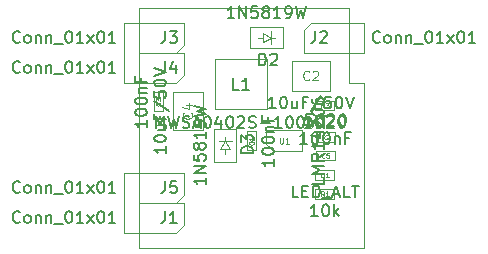
<source format=gbr>
%TF.GenerationSoftware,KiCad,Pcbnew,(5.1.9)-1*%
%TF.CreationDate,2021-06-07T16:13:34+02:00*%
%TF.ProjectId,16_STEP_DOWN,31365f53-5445-4505-9f44-4f574e2e6b69,rev?*%
%TF.SameCoordinates,Original*%
%TF.FileFunction,Other,Fab,Top*%
%FSLAX46Y46*%
G04 Gerber Fmt 4.6, Leading zero omitted, Abs format (unit mm)*
G04 Created by KiCad (PCBNEW (5.1.9)-1) date 2021-06-07 16:13:34*
%MOMM*%
%LPD*%
G01*
G04 APERTURE LIST*
%TA.AperFunction,Profile*%
%ADD10C,0.050000*%
%TD*%
%ADD11C,0.100000*%
%ADD12C,0.120000*%
%ADD13C,0.150000*%
%ADD14C,0.060000*%
%ADD15C,0.075000*%
G04 APERTURE END LIST*
D10*
X119380000Y-67310000D02*
X120650000Y-67310000D01*
X119380000Y-64770000D02*
X119380000Y-67310000D01*
X120650000Y-64770000D02*
X119380000Y-64770000D01*
X120650000Y-62230000D02*
X120650000Y-64770000D01*
X119380000Y-62230000D02*
X120650000Y-62230000D01*
X119380000Y-60960000D02*
X119380000Y-62230000D01*
X113665000Y-60960000D02*
X119380000Y-60960000D01*
X114935000Y-81280000D02*
X120650000Y-81280000D01*
X101600000Y-62230000D02*
X101600000Y-60960000D01*
X100330000Y-62230000D02*
X101600000Y-62230000D01*
X100330000Y-64770000D02*
X100330000Y-62230000D01*
X101600000Y-67310000D02*
X100330000Y-67310000D01*
X101600000Y-74930000D02*
X101600000Y-67310000D01*
X100330000Y-74930000D02*
X101600000Y-74930000D01*
X120650000Y-67310000D02*
X120650000Y-81280000D01*
X101600000Y-60960000D02*
X113665000Y-60960000D01*
X101600000Y-80010000D02*
X101600000Y-81280000D01*
X100330000Y-80010000D02*
X101600000Y-80010000D01*
X100330000Y-64770000D02*
X100330000Y-67310000D01*
X114935000Y-81280000D02*
X101600000Y-81280000D01*
X100330000Y-80010000D02*
X100330000Y-74930000D01*
D11*
%TO.C,C5*%
X116590000Y-73090000D02*
X118190000Y-73090000D01*
X116590000Y-73890000D02*
X116590000Y-73090000D01*
X118190000Y-73890000D02*
X116590000Y-73890000D01*
X118190000Y-73090000D02*
X118190000Y-73890000D01*
%TO.C,R3*%
X116540000Y-69652500D02*
X116540000Y-68827500D01*
X116540000Y-68827500D02*
X118140000Y-68827500D01*
X118140000Y-68827500D02*
X118140000Y-69652500D01*
X118140000Y-69652500D02*
X116540000Y-69652500D01*
%TO.C,R2*%
X116590000Y-71527500D02*
X118190000Y-71527500D01*
X116590000Y-72352500D02*
X116590000Y-71527500D01*
X118190000Y-72352500D02*
X116590000Y-72352500D01*
X118190000Y-71527500D02*
X118190000Y-72352500D01*
%TO.C,J5*%
X105410000Y-76835000D02*
X104775000Y-77470000D01*
X105410000Y-74930000D02*
X105410000Y-76835000D01*
X102870000Y-74930000D02*
X105410000Y-74930000D01*
X101600000Y-74930000D02*
X102870000Y-74930000D01*
X104775000Y-77470000D02*
X101600000Y-77470000D01*
D12*
X101600000Y-78105000D02*
X101600000Y-74295000D01*
D11*
%TO.C,J1*%
X105410000Y-79375000D02*
X104775000Y-80010000D01*
X105410000Y-77470000D02*
X105410000Y-79375000D01*
X102870000Y-77470000D02*
X105410000Y-77470000D01*
X101600000Y-77470000D02*
X102870000Y-77470000D01*
X104775000Y-80010000D02*
X101600000Y-80010000D01*
D12*
X101600000Y-80645000D02*
X101600000Y-76835000D01*
D11*
%TO.C,J3*%
X105410000Y-64135000D02*
X104775000Y-64770000D01*
X105410000Y-62230000D02*
X105410000Y-64135000D01*
X102870000Y-62230000D02*
X105410000Y-62230000D01*
X101600000Y-62230000D02*
X102870000Y-62230000D01*
X104775000Y-64770000D02*
X101600000Y-64770000D01*
D12*
X101600000Y-65405000D02*
X101600000Y-61595000D01*
D11*
%TO.C,J4*%
X105410000Y-66675000D02*
X104775000Y-67310000D01*
X105410000Y-64770000D02*
X105410000Y-66675000D01*
X102870000Y-64770000D02*
X105410000Y-64770000D01*
X101600000Y-64770000D02*
X102870000Y-64770000D01*
X104775000Y-67310000D02*
X101600000Y-67310000D01*
D12*
X101600000Y-67945000D02*
X101600000Y-64135000D01*
D11*
%TO.C,J2*%
X115570000Y-62865000D02*
X116205000Y-62230000D01*
X115570000Y-64770000D02*
X115570000Y-62865000D01*
X118110000Y-64770000D02*
X115570000Y-64770000D01*
X119380000Y-64770000D02*
X118110000Y-64770000D01*
X116205000Y-62230000D02*
X119380000Y-62230000D01*
D12*
X119380000Y-61595000D02*
X119380000Y-65405000D01*
D11*
%TO.C,C3*%
X102840000Y-69740000D02*
X102840000Y-68140000D01*
X103640000Y-69740000D02*
X102840000Y-69740000D01*
X103640000Y-68140000D02*
X103640000Y-69740000D01*
X102840000Y-68140000D02*
X103640000Y-68140000D01*
%TO.C,C2*%
X117740000Y-67990000D02*
X114540000Y-67990000D01*
X117740000Y-65490000D02*
X117740000Y-67990000D01*
X114540000Y-65490000D02*
X117740000Y-65490000D01*
X114540000Y-67990000D02*
X114540000Y-65490000D01*
%TO.C,C1*%
X111540000Y-71440000D02*
X111540000Y-73040000D01*
X110740000Y-71440000D02*
X111540000Y-71440000D01*
X110740000Y-73040000D02*
X110740000Y-71440000D01*
X111540000Y-73040000D02*
X110740000Y-73040000D01*
%TO.C,C4*%
X104490000Y-68140000D02*
X106990000Y-68140000D01*
X106990000Y-68140000D02*
X106990000Y-71340000D01*
X106990000Y-71340000D02*
X104490000Y-71340000D01*
X104490000Y-71340000D02*
X104490000Y-68140000D01*
%TO.C,D2*%
X112140000Y-63500000D02*
X111640000Y-63500000D01*
X112140000Y-63100000D02*
X112740000Y-63500000D01*
X112140000Y-63900000D02*
X112140000Y-63100000D01*
X112740000Y-63500000D02*
X112140000Y-63900000D01*
X112740000Y-63500000D02*
X112740000Y-62950000D01*
X112740000Y-63500000D02*
X112740000Y-64050000D01*
X113140000Y-63500000D02*
X112740000Y-63500000D01*
X113790000Y-62600000D02*
X113790000Y-64400000D01*
X110990000Y-62600000D02*
X113790000Y-62600000D01*
X110990000Y-64400000D02*
X110990000Y-62600000D01*
X113790000Y-64400000D02*
X110990000Y-64400000D01*
%TO.C,D1*%
X118140000Y-74740000D02*
X116840000Y-74740000D01*
X116840000Y-74740000D02*
X116540000Y-75040000D01*
X116540000Y-75040000D02*
X116540000Y-75540000D01*
X116540000Y-75540000D02*
X118140000Y-75540000D01*
X118140000Y-75540000D02*
X118140000Y-74740000D01*
%TO.C,L1*%
X108040000Y-69540000D02*
X108040000Y-65340000D01*
X112440000Y-69540000D02*
X108040000Y-69540000D01*
X112440000Y-65340000D02*
X112440000Y-69540000D01*
X108040000Y-65340000D02*
X112440000Y-65340000D01*
%TO.C,R1*%
X116540000Y-77152500D02*
X116540000Y-76327500D01*
X116540000Y-76327500D02*
X118140000Y-76327500D01*
X118140000Y-76327500D02*
X118140000Y-77152500D01*
X118140000Y-77152500D02*
X116540000Y-77152500D01*
%TO.C,D3*%
X109790000Y-71240000D02*
X109790000Y-74040000D01*
X109790000Y-74040000D02*
X107990000Y-74040000D01*
X107990000Y-74040000D02*
X107990000Y-71240000D01*
X107990000Y-71240000D02*
X109790000Y-71240000D01*
X108890000Y-71890000D02*
X108890000Y-72290000D01*
X108890000Y-72290000D02*
X109440000Y-72290000D01*
X108890000Y-72290000D02*
X108340000Y-72290000D01*
X108890000Y-72290000D02*
X109290000Y-72890000D01*
X109290000Y-72890000D02*
X108490000Y-72890000D01*
X108490000Y-72890000D02*
X108890000Y-72290000D01*
X108890000Y-72890000D02*
X108890000Y-73390000D01*
%TO.C,U1*%
X112340000Y-71340000D02*
X115440000Y-71340000D01*
X115440000Y-71340000D02*
X115440000Y-73140000D01*
X112990000Y-73140000D02*
X115440000Y-73140000D01*
X112340000Y-71340000D02*
X112340000Y-72490000D01*
X112990000Y-73140000D02*
X112340000Y-72490000D01*
%TD*%
%TO.C,C5*%
D13*
X115842380Y-72512380D02*
X115270952Y-72512380D01*
X115556666Y-72512380D02*
X115556666Y-71512380D01*
X115461428Y-71655238D01*
X115366190Y-71750476D01*
X115270952Y-71798095D01*
X116461428Y-71512380D02*
X116556666Y-71512380D01*
X116651904Y-71560000D01*
X116699523Y-71607619D01*
X116747142Y-71702857D01*
X116794761Y-71893333D01*
X116794761Y-72131428D01*
X116747142Y-72321904D01*
X116699523Y-72417142D01*
X116651904Y-72464761D01*
X116556666Y-72512380D01*
X116461428Y-72512380D01*
X116366190Y-72464761D01*
X116318571Y-72417142D01*
X116270952Y-72321904D01*
X116223333Y-72131428D01*
X116223333Y-71893333D01*
X116270952Y-71702857D01*
X116318571Y-71607619D01*
X116366190Y-71560000D01*
X116461428Y-71512380D01*
X117413809Y-71512380D02*
X117509047Y-71512380D01*
X117604285Y-71560000D01*
X117651904Y-71607619D01*
X117699523Y-71702857D01*
X117747142Y-71893333D01*
X117747142Y-72131428D01*
X117699523Y-72321904D01*
X117651904Y-72417142D01*
X117604285Y-72464761D01*
X117509047Y-72512380D01*
X117413809Y-72512380D01*
X117318571Y-72464761D01*
X117270952Y-72417142D01*
X117223333Y-72321904D01*
X117175714Y-72131428D01*
X117175714Y-71893333D01*
X117223333Y-71702857D01*
X117270952Y-71607619D01*
X117318571Y-71560000D01*
X117413809Y-71512380D01*
X118175714Y-71845714D02*
X118175714Y-72512380D01*
X118175714Y-71940952D02*
X118223333Y-71893333D01*
X118318571Y-71845714D01*
X118461428Y-71845714D01*
X118556666Y-71893333D01*
X118604285Y-71988571D01*
X118604285Y-72512380D01*
X119413809Y-71988571D02*
X119080476Y-71988571D01*
X119080476Y-72512380D02*
X119080476Y-71512380D01*
X119556666Y-71512380D01*
D14*
X117323333Y-73632857D02*
X117304285Y-73651904D01*
X117247142Y-73670952D01*
X117209047Y-73670952D01*
X117151904Y-73651904D01*
X117113809Y-73613809D01*
X117094761Y-73575714D01*
X117075714Y-73499523D01*
X117075714Y-73442380D01*
X117094761Y-73366190D01*
X117113809Y-73328095D01*
X117151904Y-73290000D01*
X117209047Y-73270952D01*
X117247142Y-73270952D01*
X117304285Y-73290000D01*
X117323333Y-73309047D01*
X117685238Y-73270952D02*
X117494761Y-73270952D01*
X117475714Y-73461428D01*
X117494761Y-73442380D01*
X117532857Y-73423333D01*
X117628095Y-73423333D01*
X117666190Y-73442380D01*
X117685238Y-73461428D01*
X117704285Y-73499523D01*
X117704285Y-73594761D01*
X117685238Y-73632857D01*
X117666190Y-73651904D01*
X117628095Y-73670952D01*
X117532857Y-73670952D01*
X117494761Y-73651904D01*
X117475714Y-73632857D01*
%TO.C,R3*%
D13*
X116197142Y-71122380D02*
X115625714Y-71122380D01*
X115911428Y-71122380D02*
X115911428Y-70122380D01*
X115816190Y-70265238D01*
X115720952Y-70360476D01*
X115625714Y-70408095D01*
X116816190Y-70122380D02*
X116911428Y-70122380D01*
X117006666Y-70170000D01*
X117054285Y-70217619D01*
X117101904Y-70312857D01*
X117149523Y-70503333D01*
X117149523Y-70741428D01*
X117101904Y-70931904D01*
X117054285Y-71027142D01*
X117006666Y-71074761D01*
X116911428Y-71122380D01*
X116816190Y-71122380D01*
X116720952Y-71074761D01*
X116673333Y-71027142D01*
X116625714Y-70931904D01*
X116578095Y-70741428D01*
X116578095Y-70503333D01*
X116625714Y-70312857D01*
X116673333Y-70217619D01*
X116720952Y-70170000D01*
X116816190Y-70122380D01*
X117530476Y-70217619D02*
X117578095Y-70170000D01*
X117673333Y-70122380D01*
X117911428Y-70122380D01*
X118006666Y-70170000D01*
X118054285Y-70217619D01*
X118101904Y-70312857D01*
X118101904Y-70408095D01*
X118054285Y-70550952D01*
X117482857Y-71122380D01*
X118101904Y-71122380D01*
X118720952Y-70122380D02*
X118816190Y-70122380D01*
X118911428Y-70170000D01*
X118959047Y-70217619D01*
X119006666Y-70312857D01*
X119054285Y-70503333D01*
X119054285Y-70741428D01*
X119006666Y-70931904D01*
X118959047Y-71027142D01*
X118911428Y-71074761D01*
X118816190Y-71122380D01*
X118720952Y-71122380D01*
X118625714Y-71074761D01*
X118578095Y-71027142D01*
X118530476Y-70931904D01*
X118482857Y-70741428D01*
X118482857Y-70503333D01*
X118530476Y-70312857D01*
X118578095Y-70217619D01*
X118625714Y-70170000D01*
X118720952Y-70122380D01*
D14*
X117273333Y-69420952D02*
X117140000Y-69230476D01*
X117044761Y-69420952D02*
X117044761Y-69020952D01*
X117197142Y-69020952D01*
X117235238Y-69040000D01*
X117254285Y-69059047D01*
X117273333Y-69097142D01*
X117273333Y-69154285D01*
X117254285Y-69192380D01*
X117235238Y-69211428D01*
X117197142Y-69230476D01*
X117044761Y-69230476D01*
X117406666Y-69020952D02*
X117654285Y-69020952D01*
X117520952Y-69173333D01*
X117578095Y-69173333D01*
X117616190Y-69192380D01*
X117635238Y-69211428D01*
X117654285Y-69249523D01*
X117654285Y-69344761D01*
X117635238Y-69382857D01*
X117616190Y-69401904D01*
X117578095Y-69420952D01*
X117463809Y-69420952D01*
X117425714Y-69401904D01*
X117406666Y-69382857D01*
%TO.C,R2*%
D13*
X116199523Y-69962380D02*
X115723333Y-69962380D01*
X115675714Y-70438571D01*
X115723333Y-70390952D01*
X115818571Y-70343333D01*
X116056666Y-70343333D01*
X116151904Y-70390952D01*
X116199523Y-70438571D01*
X116247142Y-70533809D01*
X116247142Y-70771904D01*
X116199523Y-70867142D01*
X116151904Y-70914761D01*
X116056666Y-70962380D01*
X115818571Y-70962380D01*
X115723333Y-70914761D01*
X115675714Y-70867142D01*
X117104285Y-69962380D02*
X116913809Y-69962380D01*
X116818571Y-70010000D01*
X116770952Y-70057619D01*
X116675714Y-70200476D01*
X116628095Y-70390952D01*
X116628095Y-70771904D01*
X116675714Y-70867142D01*
X116723333Y-70914761D01*
X116818571Y-70962380D01*
X117009047Y-70962380D01*
X117104285Y-70914761D01*
X117151904Y-70867142D01*
X117199523Y-70771904D01*
X117199523Y-70533809D01*
X117151904Y-70438571D01*
X117104285Y-70390952D01*
X117009047Y-70343333D01*
X116818571Y-70343333D01*
X116723333Y-70390952D01*
X116675714Y-70438571D01*
X116628095Y-70533809D01*
X117580476Y-70057619D02*
X117628095Y-70010000D01*
X117723333Y-69962380D01*
X117961428Y-69962380D01*
X118056666Y-70010000D01*
X118104285Y-70057619D01*
X118151904Y-70152857D01*
X118151904Y-70248095D01*
X118104285Y-70390952D01*
X117532857Y-70962380D01*
X118151904Y-70962380D01*
X118770952Y-69962380D02*
X118866190Y-69962380D01*
X118961428Y-70010000D01*
X119009047Y-70057619D01*
X119056666Y-70152857D01*
X119104285Y-70343333D01*
X119104285Y-70581428D01*
X119056666Y-70771904D01*
X119009047Y-70867142D01*
X118961428Y-70914761D01*
X118866190Y-70962380D01*
X118770952Y-70962380D01*
X118675714Y-70914761D01*
X118628095Y-70867142D01*
X118580476Y-70771904D01*
X118532857Y-70581428D01*
X118532857Y-70343333D01*
X118580476Y-70152857D01*
X118628095Y-70057619D01*
X118675714Y-70010000D01*
X118770952Y-69962380D01*
D14*
X117323333Y-72120952D02*
X117190000Y-71930476D01*
X117094761Y-72120952D02*
X117094761Y-71720952D01*
X117247142Y-71720952D01*
X117285238Y-71740000D01*
X117304285Y-71759047D01*
X117323333Y-71797142D01*
X117323333Y-71854285D01*
X117304285Y-71892380D01*
X117285238Y-71911428D01*
X117247142Y-71930476D01*
X117094761Y-71930476D01*
X117475714Y-71759047D02*
X117494761Y-71740000D01*
X117532857Y-71720952D01*
X117628095Y-71720952D01*
X117666190Y-71740000D01*
X117685238Y-71759047D01*
X117704285Y-71797142D01*
X117704285Y-71835238D01*
X117685238Y-71892380D01*
X117456666Y-72120952D01*
X117704285Y-72120952D01*
%TO.C,J5*%
D13*
X91511904Y-76557142D02*
X91464285Y-76604761D01*
X91321428Y-76652380D01*
X91226190Y-76652380D01*
X91083333Y-76604761D01*
X90988095Y-76509523D01*
X90940476Y-76414285D01*
X90892857Y-76223809D01*
X90892857Y-76080952D01*
X90940476Y-75890476D01*
X90988095Y-75795238D01*
X91083333Y-75700000D01*
X91226190Y-75652380D01*
X91321428Y-75652380D01*
X91464285Y-75700000D01*
X91511904Y-75747619D01*
X92083333Y-76652380D02*
X91988095Y-76604761D01*
X91940476Y-76557142D01*
X91892857Y-76461904D01*
X91892857Y-76176190D01*
X91940476Y-76080952D01*
X91988095Y-76033333D01*
X92083333Y-75985714D01*
X92226190Y-75985714D01*
X92321428Y-76033333D01*
X92369047Y-76080952D01*
X92416666Y-76176190D01*
X92416666Y-76461904D01*
X92369047Y-76557142D01*
X92321428Y-76604761D01*
X92226190Y-76652380D01*
X92083333Y-76652380D01*
X92845238Y-75985714D02*
X92845238Y-76652380D01*
X92845238Y-76080952D02*
X92892857Y-76033333D01*
X92988095Y-75985714D01*
X93130952Y-75985714D01*
X93226190Y-76033333D01*
X93273809Y-76128571D01*
X93273809Y-76652380D01*
X93750000Y-75985714D02*
X93750000Y-76652380D01*
X93750000Y-76080952D02*
X93797619Y-76033333D01*
X93892857Y-75985714D01*
X94035714Y-75985714D01*
X94130952Y-76033333D01*
X94178571Y-76128571D01*
X94178571Y-76652380D01*
X94416666Y-76747619D02*
X95178571Y-76747619D01*
X95607142Y-75652380D02*
X95702380Y-75652380D01*
X95797619Y-75700000D01*
X95845238Y-75747619D01*
X95892857Y-75842857D01*
X95940476Y-76033333D01*
X95940476Y-76271428D01*
X95892857Y-76461904D01*
X95845238Y-76557142D01*
X95797619Y-76604761D01*
X95702380Y-76652380D01*
X95607142Y-76652380D01*
X95511904Y-76604761D01*
X95464285Y-76557142D01*
X95416666Y-76461904D01*
X95369047Y-76271428D01*
X95369047Y-76033333D01*
X95416666Y-75842857D01*
X95464285Y-75747619D01*
X95511904Y-75700000D01*
X95607142Y-75652380D01*
X96892857Y-76652380D02*
X96321428Y-76652380D01*
X96607142Y-76652380D02*
X96607142Y-75652380D01*
X96511904Y-75795238D01*
X96416666Y-75890476D01*
X96321428Y-75938095D01*
X97226190Y-76652380D02*
X97750000Y-75985714D01*
X97226190Y-75985714D02*
X97750000Y-76652380D01*
X98321428Y-75652380D02*
X98416666Y-75652380D01*
X98511904Y-75700000D01*
X98559523Y-75747619D01*
X98607142Y-75842857D01*
X98654761Y-76033333D01*
X98654761Y-76271428D01*
X98607142Y-76461904D01*
X98559523Y-76557142D01*
X98511904Y-76604761D01*
X98416666Y-76652380D01*
X98321428Y-76652380D01*
X98226190Y-76604761D01*
X98178571Y-76557142D01*
X98130952Y-76461904D01*
X98083333Y-76271428D01*
X98083333Y-76033333D01*
X98130952Y-75842857D01*
X98178571Y-75747619D01*
X98226190Y-75700000D01*
X98321428Y-75652380D01*
X99607142Y-76652380D02*
X99035714Y-76652380D01*
X99321428Y-76652380D02*
X99321428Y-75652380D01*
X99226190Y-75795238D01*
X99130952Y-75890476D01*
X99035714Y-75938095D01*
X103806666Y-75652380D02*
X103806666Y-76366666D01*
X103759047Y-76509523D01*
X103663809Y-76604761D01*
X103520952Y-76652380D01*
X103425714Y-76652380D01*
X104759047Y-75652380D02*
X104282857Y-75652380D01*
X104235238Y-76128571D01*
X104282857Y-76080952D01*
X104378095Y-76033333D01*
X104616190Y-76033333D01*
X104711428Y-76080952D01*
X104759047Y-76128571D01*
X104806666Y-76223809D01*
X104806666Y-76461904D01*
X104759047Y-76557142D01*
X104711428Y-76604761D01*
X104616190Y-76652380D01*
X104378095Y-76652380D01*
X104282857Y-76604761D01*
X104235238Y-76557142D01*
%TO.C,J1*%
X91511904Y-79097142D02*
X91464285Y-79144761D01*
X91321428Y-79192380D01*
X91226190Y-79192380D01*
X91083333Y-79144761D01*
X90988095Y-79049523D01*
X90940476Y-78954285D01*
X90892857Y-78763809D01*
X90892857Y-78620952D01*
X90940476Y-78430476D01*
X90988095Y-78335238D01*
X91083333Y-78240000D01*
X91226190Y-78192380D01*
X91321428Y-78192380D01*
X91464285Y-78240000D01*
X91511904Y-78287619D01*
X92083333Y-79192380D02*
X91988095Y-79144761D01*
X91940476Y-79097142D01*
X91892857Y-79001904D01*
X91892857Y-78716190D01*
X91940476Y-78620952D01*
X91988095Y-78573333D01*
X92083333Y-78525714D01*
X92226190Y-78525714D01*
X92321428Y-78573333D01*
X92369047Y-78620952D01*
X92416666Y-78716190D01*
X92416666Y-79001904D01*
X92369047Y-79097142D01*
X92321428Y-79144761D01*
X92226190Y-79192380D01*
X92083333Y-79192380D01*
X92845238Y-78525714D02*
X92845238Y-79192380D01*
X92845238Y-78620952D02*
X92892857Y-78573333D01*
X92988095Y-78525714D01*
X93130952Y-78525714D01*
X93226190Y-78573333D01*
X93273809Y-78668571D01*
X93273809Y-79192380D01*
X93750000Y-78525714D02*
X93750000Y-79192380D01*
X93750000Y-78620952D02*
X93797619Y-78573333D01*
X93892857Y-78525714D01*
X94035714Y-78525714D01*
X94130952Y-78573333D01*
X94178571Y-78668571D01*
X94178571Y-79192380D01*
X94416666Y-79287619D02*
X95178571Y-79287619D01*
X95607142Y-78192380D02*
X95702380Y-78192380D01*
X95797619Y-78240000D01*
X95845238Y-78287619D01*
X95892857Y-78382857D01*
X95940476Y-78573333D01*
X95940476Y-78811428D01*
X95892857Y-79001904D01*
X95845238Y-79097142D01*
X95797619Y-79144761D01*
X95702380Y-79192380D01*
X95607142Y-79192380D01*
X95511904Y-79144761D01*
X95464285Y-79097142D01*
X95416666Y-79001904D01*
X95369047Y-78811428D01*
X95369047Y-78573333D01*
X95416666Y-78382857D01*
X95464285Y-78287619D01*
X95511904Y-78240000D01*
X95607142Y-78192380D01*
X96892857Y-79192380D02*
X96321428Y-79192380D01*
X96607142Y-79192380D02*
X96607142Y-78192380D01*
X96511904Y-78335238D01*
X96416666Y-78430476D01*
X96321428Y-78478095D01*
X97226190Y-79192380D02*
X97750000Y-78525714D01*
X97226190Y-78525714D02*
X97750000Y-79192380D01*
X98321428Y-78192380D02*
X98416666Y-78192380D01*
X98511904Y-78240000D01*
X98559523Y-78287619D01*
X98607142Y-78382857D01*
X98654761Y-78573333D01*
X98654761Y-78811428D01*
X98607142Y-79001904D01*
X98559523Y-79097142D01*
X98511904Y-79144761D01*
X98416666Y-79192380D01*
X98321428Y-79192380D01*
X98226190Y-79144761D01*
X98178571Y-79097142D01*
X98130952Y-79001904D01*
X98083333Y-78811428D01*
X98083333Y-78573333D01*
X98130952Y-78382857D01*
X98178571Y-78287619D01*
X98226190Y-78240000D01*
X98321428Y-78192380D01*
X99607142Y-79192380D02*
X99035714Y-79192380D01*
X99321428Y-79192380D02*
X99321428Y-78192380D01*
X99226190Y-78335238D01*
X99130952Y-78430476D01*
X99035714Y-78478095D01*
X103806666Y-78192380D02*
X103806666Y-78906666D01*
X103759047Y-79049523D01*
X103663809Y-79144761D01*
X103520952Y-79192380D01*
X103425714Y-79192380D01*
X104806666Y-79192380D02*
X104235238Y-79192380D01*
X104520952Y-79192380D02*
X104520952Y-78192380D01*
X104425714Y-78335238D01*
X104330476Y-78430476D01*
X104235238Y-78478095D01*
%TO.C,J3*%
X91511904Y-63857142D02*
X91464285Y-63904761D01*
X91321428Y-63952380D01*
X91226190Y-63952380D01*
X91083333Y-63904761D01*
X90988095Y-63809523D01*
X90940476Y-63714285D01*
X90892857Y-63523809D01*
X90892857Y-63380952D01*
X90940476Y-63190476D01*
X90988095Y-63095238D01*
X91083333Y-63000000D01*
X91226190Y-62952380D01*
X91321428Y-62952380D01*
X91464285Y-63000000D01*
X91511904Y-63047619D01*
X92083333Y-63952380D02*
X91988095Y-63904761D01*
X91940476Y-63857142D01*
X91892857Y-63761904D01*
X91892857Y-63476190D01*
X91940476Y-63380952D01*
X91988095Y-63333333D01*
X92083333Y-63285714D01*
X92226190Y-63285714D01*
X92321428Y-63333333D01*
X92369047Y-63380952D01*
X92416666Y-63476190D01*
X92416666Y-63761904D01*
X92369047Y-63857142D01*
X92321428Y-63904761D01*
X92226190Y-63952380D01*
X92083333Y-63952380D01*
X92845238Y-63285714D02*
X92845238Y-63952380D01*
X92845238Y-63380952D02*
X92892857Y-63333333D01*
X92988095Y-63285714D01*
X93130952Y-63285714D01*
X93226190Y-63333333D01*
X93273809Y-63428571D01*
X93273809Y-63952380D01*
X93750000Y-63285714D02*
X93750000Y-63952380D01*
X93750000Y-63380952D02*
X93797619Y-63333333D01*
X93892857Y-63285714D01*
X94035714Y-63285714D01*
X94130952Y-63333333D01*
X94178571Y-63428571D01*
X94178571Y-63952380D01*
X94416666Y-64047619D02*
X95178571Y-64047619D01*
X95607142Y-62952380D02*
X95702380Y-62952380D01*
X95797619Y-63000000D01*
X95845238Y-63047619D01*
X95892857Y-63142857D01*
X95940476Y-63333333D01*
X95940476Y-63571428D01*
X95892857Y-63761904D01*
X95845238Y-63857142D01*
X95797619Y-63904761D01*
X95702380Y-63952380D01*
X95607142Y-63952380D01*
X95511904Y-63904761D01*
X95464285Y-63857142D01*
X95416666Y-63761904D01*
X95369047Y-63571428D01*
X95369047Y-63333333D01*
X95416666Y-63142857D01*
X95464285Y-63047619D01*
X95511904Y-63000000D01*
X95607142Y-62952380D01*
X96892857Y-63952380D02*
X96321428Y-63952380D01*
X96607142Y-63952380D02*
X96607142Y-62952380D01*
X96511904Y-63095238D01*
X96416666Y-63190476D01*
X96321428Y-63238095D01*
X97226190Y-63952380D02*
X97750000Y-63285714D01*
X97226190Y-63285714D02*
X97750000Y-63952380D01*
X98321428Y-62952380D02*
X98416666Y-62952380D01*
X98511904Y-63000000D01*
X98559523Y-63047619D01*
X98607142Y-63142857D01*
X98654761Y-63333333D01*
X98654761Y-63571428D01*
X98607142Y-63761904D01*
X98559523Y-63857142D01*
X98511904Y-63904761D01*
X98416666Y-63952380D01*
X98321428Y-63952380D01*
X98226190Y-63904761D01*
X98178571Y-63857142D01*
X98130952Y-63761904D01*
X98083333Y-63571428D01*
X98083333Y-63333333D01*
X98130952Y-63142857D01*
X98178571Y-63047619D01*
X98226190Y-63000000D01*
X98321428Y-62952380D01*
X99607142Y-63952380D02*
X99035714Y-63952380D01*
X99321428Y-63952380D02*
X99321428Y-62952380D01*
X99226190Y-63095238D01*
X99130952Y-63190476D01*
X99035714Y-63238095D01*
X103806666Y-62952380D02*
X103806666Y-63666666D01*
X103759047Y-63809523D01*
X103663809Y-63904761D01*
X103520952Y-63952380D01*
X103425714Y-63952380D01*
X104187619Y-62952380D02*
X104806666Y-62952380D01*
X104473333Y-63333333D01*
X104616190Y-63333333D01*
X104711428Y-63380952D01*
X104759047Y-63428571D01*
X104806666Y-63523809D01*
X104806666Y-63761904D01*
X104759047Y-63857142D01*
X104711428Y-63904761D01*
X104616190Y-63952380D01*
X104330476Y-63952380D01*
X104235238Y-63904761D01*
X104187619Y-63857142D01*
%TO.C,J4*%
X91511904Y-66397142D02*
X91464285Y-66444761D01*
X91321428Y-66492380D01*
X91226190Y-66492380D01*
X91083333Y-66444761D01*
X90988095Y-66349523D01*
X90940476Y-66254285D01*
X90892857Y-66063809D01*
X90892857Y-65920952D01*
X90940476Y-65730476D01*
X90988095Y-65635238D01*
X91083333Y-65540000D01*
X91226190Y-65492380D01*
X91321428Y-65492380D01*
X91464285Y-65540000D01*
X91511904Y-65587619D01*
X92083333Y-66492380D02*
X91988095Y-66444761D01*
X91940476Y-66397142D01*
X91892857Y-66301904D01*
X91892857Y-66016190D01*
X91940476Y-65920952D01*
X91988095Y-65873333D01*
X92083333Y-65825714D01*
X92226190Y-65825714D01*
X92321428Y-65873333D01*
X92369047Y-65920952D01*
X92416666Y-66016190D01*
X92416666Y-66301904D01*
X92369047Y-66397142D01*
X92321428Y-66444761D01*
X92226190Y-66492380D01*
X92083333Y-66492380D01*
X92845238Y-65825714D02*
X92845238Y-66492380D01*
X92845238Y-65920952D02*
X92892857Y-65873333D01*
X92988095Y-65825714D01*
X93130952Y-65825714D01*
X93226190Y-65873333D01*
X93273809Y-65968571D01*
X93273809Y-66492380D01*
X93750000Y-65825714D02*
X93750000Y-66492380D01*
X93750000Y-65920952D02*
X93797619Y-65873333D01*
X93892857Y-65825714D01*
X94035714Y-65825714D01*
X94130952Y-65873333D01*
X94178571Y-65968571D01*
X94178571Y-66492380D01*
X94416666Y-66587619D02*
X95178571Y-66587619D01*
X95607142Y-65492380D02*
X95702380Y-65492380D01*
X95797619Y-65540000D01*
X95845238Y-65587619D01*
X95892857Y-65682857D01*
X95940476Y-65873333D01*
X95940476Y-66111428D01*
X95892857Y-66301904D01*
X95845238Y-66397142D01*
X95797619Y-66444761D01*
X95702380Y-66492380D01*
X95607142Y-66492380D01*
X95511904Y-66444761D01*
X95464285Y-66397142D01*
X95416666Y-66301904D01*
X95369047Y-66111428D01*
X95369047Y-65873333D01*
X95416666Y-65682857D01*
X95464285Y-65587619D01*
X95511904Y-65540000D01*
X95607142Y-65492380D01*
X96892857Y-66492380D02*
X96321428Y-66492380D01*
X96607142Y-66492380D02*
X96607142Y-65492380D01*
X96511904Y-65635238D01*
X96416666Y-65730476D01*
X96321428Y-65778095D01*
X97226190Y-66492380D02*
X97750000Y-65825714D01*
X97226190Y-65825714D02*
X97750000Y-66492380D01*
X98321428Y-65492380D02*
X98416666Y-65492380D01*
X98511904Y-65540000D01*
X98559523Y-65587619D01*
X98607142Y-65682857D01*
X98654761Y-65873333D01*
X98654761Y-66111428D01*
X98607142Y-66301904D01*
X98559523Y-66397142D01*
X98511904Y-66444761D01*
X98416666Y-66492380D01*
X98321428Y-66492380D01*
X98226190Y-66444761D01*
X98178571Y-66397142D01*
X98130952Y-66301904D01*
X98083333Y-66111428D01*
X98083333Y-65873333D01*
X98130952Y-65682857D01*
X98178571Y-65587619D01*
X98226190Y-65540000D01*
X98321428Y-65492380D01*
X99607142Y-66492380D02*
X99035714Y-66492380D01*
X99321428Y-66492380D02*
X99321428Y-65492380D01*
X99226190Y-65635238D01*
X99130952Y-65730476D01*
X99035714Y-65778095D01*
X103806666Y-65492380D02*
X103806666Y-66206666D01*
X103759047Y-66349523D01*
X103663809Y-66444761D01*
X103520952Y-66492380D01*
X103425714Y-66492380D01*
X104711428Y-65825714D02*
X104711428Y-66492380D01*
X104473333Y-65444761D02*
X104235238Y-66159047D01*
X104854285Y-66159047D01*
%TO.C,J2*%
X121991904Y-63857142D02*
X121944285Y-63904761D01*
X121801428Y-63952380D01*
X121706190Y-63952380D01*
X121563333Y-63904761D01*
X121468095Y-63809523D01*
X121420476Y-63714285D01*
X121372857Y-63523809D01*
X121372857Y-63380952D01*
X121420476Y-63190476D01*
X121468095Y-63095238D01*
X121563333Y-63000000D01*
X121706190Y-62952380D01*
X121801428Y-62952380D01*
X121944285Y-63000000D01*
X121991904Y-63047619D01*
X122563333Y-63952380D02*
X122468095Y-63904761D01*
X122420476Y-63857142D01*
X122372857Y-63761904D01*
X122372857Y-63476190D01*
X122420476Y-63380952D01*
X122468095Y-63333333D01*
X122563333Y-63285714D01*
X122706190Y-63285714D01*
X122801428Y-63333333D01*
X122849047Y-63380952D01*
X122896666Y-63476190D01*
X122896666Y-63761904D01*
X122849047Y-63857142D01*
X122801428Y-63904761D01*
X122706190Y-63952380D01*
X122563333Y-63952380D01*
X123325238Y-63285714D02*
X123325238Y-63952380D01*
X123325238Y-63380952D02*
X123372857Y-63333333D01*
X123468095Y-63285714D01*
X123610952Y-63285714D01*
X123706190Y-63333333D01*
X123753809Y-63428571D01*
X123753809Y-63952380D01*
X124230000Y-63285714D02*
X124230000Y-63952380D01*
X124230000Y-63380952D02*
X124277619Y-63333333D01*
X124372857Y-63285714D01*
X124515714Y-63285714D01*
X124610952Y-63333333D01*
X124658571Y-63428571D01*
X124658571Y-63952380D01*
X124896666Y-64047619D02*
X125658571Y-64047619D01*
X126087142Y-62952380D02*
X126182380Y-62952380D01*
X126277619Y-63000000D01*
X126325238Y-63047619D01*
X126372857Y-63142857D01*
X126420476Y-63333333D01*
X126420476Y-63571428D01*
X126372857Y-63761904D01*
X126325238Y-63857142D01*
X126277619Y-63904761D01*
X126182380Y-63952380D01*
X126087142Y-63952380D01*
X125991904Y-63904761D01*
X125944285Y-63857142D01*
X125896666Y-63761904D01*
X125849047Y-63571428D01*
X125849047Y-63333333D01*
X125896666Y-63142857D01*
X125944285Y-63047619D01*
X125991904Y-63000000D01*
X126087142Y-62952380D01*
X127372857Y-63952380D02*
X126801428Y-63952380D01*
X127087142Y-63952380D02*
X127087142Y-62952380D01*
X126991904Y-63095238D01*
X126896666Y-63190476D01*
X126801428Y-63238095D01*
X127706190Y-63952380D02*
X128230000Y-63285714D01*
X127706190Y-63285714D02*
X128230000Y-63952380D01*
X128801428Y-62952380D02*
X128896666Y-62952380D01*
X128991904Y-63000000D01*
X129039523Y-63047619D01*
X129087142Y-63142857D01*
X129134761Y-63333333D01*
X129134761Y-63571428D01*
X129087142Y-63761904D01*
X129039523Y-63857142D01*
X128991904Y-63904761D01*
X128896666Y-63952380D01*
X128801428Y-63952380D01*
X128706190Y-63904761D01*
X128658571Y-63857142D01*
X128610952Y-63761904D01*
X128563333Y-63571428D01*
X128563333Y-63333333D01*
X128610952Y-63142857D01*
X128658571Y-63047619D01*
X128706190Y-63000000D01*
X128801428Y-62952380D01*
X130087142Y-63952380D02*
X129515714Y-63952380D01*
X129801428Y-63952380D02*
X129801428Y-62952380D01*
X129706190Y-63095238D01*
X129610952Y-63190476D01*
X129515714Y-63238095D01*
X116506666Y-62952380D02*
X116506666Y-63666666D01*
X116459047Y-63809523D01*
X116363809Y-63904761D01*
X116220952Y-63952380D01*
X116125714Y-63952380D01*
X116935238Y-63047619D02*
X116982857Y-63000000D01*
X117078095Y-62952380D01*
X117316190Y-62952380D01*
X117411428Y-63000000D01*
X117459047Y-63047619D01*
X117506666Y-63142857D01*
X117506666Y-63238095D01*
X117459047Y-63380952D01*
X116887619Y-63952380D01*
X117506666Y-63952380D01*
%TO.C,C3*%
X102262380Y-70487619D02*
X102262380Y-71059047D01*
X102262380Y-70773333D02*
X101262380Y-70773333D01*
X101405238Y-70868571D01*
X101500476Y-70963809D01*
X101548095Y-71059047D01*
X101262380Y-69868571D02*
X101262380Y-69773333D01*
X101310000Y-69678095D01*
X101357619Y-69630476D01*
X101452857Y-69582857D01*
X101643333Y-69535238D01*
X101881428Y-69535238D01*
X102071904Y-69582857D01*
X102167142Y-69630476D01*
X102214761Y-69678095D01*
X102262380Y-69773333D01*
X102262380Y-69868571D01*
X102214761Y-69963809D01*
X102167142Y-70011428D01*
X102071904Y-70059047D01*
X101881428Y-70106666D01*
X101643333Y-70106666D01*
X101452857Y-70059047D01*
X101357619Y-70011428D01*
X101310000Y-69963809D01*
X101262380Y-69868571D01*
X101262380Y-68916190D02*
X101262380Y-68820952D01*
X101310000Y-68725714D01*
X101357619Y-68678095D01*
X101452857Y-68630476D01*
X101643333Y-68582857D01*
X101881428Y-68582857D01*
X102071904Y-68630476D01*
X102167142Y-68678095D01*
X102214761Y-68725714D01*
X102262380Y-68820952D01*
X102262380Y-68916190D01*
X102214761Y-69011428D01*
X102167142Y-69059047D01*
X102071904Y-69106666D01*
X101881428Y-69154285D01*
X101643333Y-69154285D01*
X101452857Y-69106666D01*
X101357619Y-69059047D01*
X101310000Y-69011428D01*
X101262380Y-68916190D01*
X101595714Y-68154285D02*
X102262380Y-68154285D01*
X101690952Y-68154285D02*
X101643333Y-68106666D01*
X101595714Y-68011428D01*
X101595714Y-67868571D01*
X101643333Y-67773333D01*
X101738571Y-67725714D01*
X102262380Y-67725714D01*
X101738571Y-66916190D02*
X101738571Y-67249523D01*
X102262380Y-67249523D02*
X101262380Y-67249523D01*
X101262380Y-66773333D01*
D14*
X103382857Y-69006666D02*
X103401904Y-69025714D01*
X103420952Y-69082857D01*
X103420952Y-69120952D01*
X103401904Y-69178095D01*
X103363809Y-69216190D01*
X103325714Y-69235238D01*
X103249523Y-69254285D01*
X103192380Y-69254285D01*
X103116190Y-69235238D01*
X103078095Y-69216190D01*
X103040000Y-69178095D01*
X103020952Y-69120952D01*
X103020952Y-69082857D01*
X103040000Y-69025714D01*
X103059047Y-69006666D01*
X103020952Y-68873333D02*
X103020952Y-68625714D01*
X103173333Y-68759047D01*
X103173333Y-68701904D01*
X103192380Y-68663809D01*
X103211428Y-68644761D01*
X103249523Y-68625714D01*
X103344761Y-68625714D01*
X103382857Y-68644761D01*
X103401904Y-68663809D01*
X103420952Y-68701904D01*
X103420952Y-68816190D01*
X103401904Y-68854285D01*
X103382857Y-68873333D01*
%TO.C,C2*%
D13*
X113163809Y-69492380D02*
X112592380Y-69492380D01*
X112878095Y-69492380D02*
X112878095Y-68492380D01*
X112782857Y-68635238D01*
X112687619Y-68730476D01*
X112592380Y-68778095D01*
X113782857Y-68492380D02*
X113878095Y-68492380D01*
X113973333Y-68540000D01*
X114020952Y-68587619D01*
X114068571Y-68682857D01*
X114116190Y-68873333D01*
X114116190Y-69111428D01*
X114068571Y-69301904D01*
X114020952Y-69397142D01*
X113973333Y-69444761D01*
X113878095Y-69492380D01*
X113782857Y-69492380D01*
X113687619Y-69444761D01*
X113640000Y-69397142D01*
X113592380Y-69301904D01*
X113544761Y-69111428D01*
X113544761Y-68873333D01*
X113592380Y-68682857D01*
X113640000Y-68587619D01*
X113687619Y-68540000D01*
X113782857Y-68492380D01*
X114973333Y-68825714D02*
X114973333Y-69492380D01*
X114544761Y-68825714D02*
X114544761Y-69349523D01*
X114592380Y-69444761D01*
X114687619Y-69492380D01*
X114830476Y-69492380D01*
X114925714Y-69444761D01*
X114973333Y-69397142D01*
X115782857Y-68968571D02*
X115449523Y-68968571D01*
X115449523Y-69492380D02*
X115449523Y-68492380D01*
X115925714Y-68492380D01*
X117020952Y-68444761D02*
X116163809Y-69730476D01*
X117830476Y-68492380D02*
X117354285Y-68492380D01*
X117306666Y-68968571D01*
X117354285Y-68920952D01*
X117449523Y-68873333D01*
X117687619Y-68873333D01*
X117782857Y-68920952D01*
X117830476Y-68968571D01*
X117878095Y-69063809D01*
X117878095Y-69301904D01*
X117830476Y-69397142D01*
X117782857Y-69444761D01*
X117687619Y-69492380D01*
X117449523Y-69492380D01*
X117354285Y-69444761D01*
X117306666Y-69397142D01*
X118497142Y-68492380D02*
X118592380Y-68492380D01*
X118687619Y-68540000D01*
X118735238Y-68587619D01*
X118782857Y-68682857D01*
X118830476Y-68873333D01*
X118830476Y-69111428D01*
X118782857Y-69301904D01*
X118735238Y-69397142D01*
X118687619Y-69444761D01*
X118592380Y-69492380D01*
X118497142Y-69492380D01*
X118401904Y-69444761D01*
X118354285Y-69397142D01*
X118306666Y-69301904D01*
X118259047Y-69111428D01*
X118259047Y-68873333D01*
X118306666Y-68682857D01*
X118354285Y-68587619D01*
X118401904Y-68540000D01*
X118497142Y-68492380D01*
X119116190Y-68492380D02*
X119449523Y-69492380D01*
X119782857Y-68492380D01*
D12*
X116006666Y-67025714D02*
X115968571Y-67063809D01*
X115854285Y-67101904D01*
X115778095Y-67101904D01*
X115663809Y-67063809D01*
X115587619Y-66987619D01*
X115549523Y-66911428D01*
X115511428Y-66759047D01*
X115511428Y-66644761D01*
X115549523Y-66492380D01*
X115587619Y-66416190D01*
X115663809Y-66340000D01*
X115778095Y-66301904D01*
X115854285Y-66301904D01*
X115968571Y-66340000D01*
X116006666Y-66378095D01*
X116311428Y-66378095D02*
X116349523Y-66340000D01*
X116425714Y-66301904D01*
X116616190Y-66301904D01*
X116692380Y-66340000D01*
X116730476Y-66378095D01*
X116768571Y-66454285D01*
X116768571Y-66530476D01*
X116730476Y-66644761D01*
X116273333Y-67101904D01*
X116768571Y-67101904D01*
%TO.C,C1*%
D13*
X113022380Y-73787619D02*
X113022380Y-74359047D01*
X113022380Y-74073333D02*
X112022380Y-74073333D01*
X112165238Y-74168571D01*
X112260476Y-74263809D01*
X112308095Y-74359047D01*
X112022380Y-73168571D02*
X112022380Y-73073333D01*
X112070000Y-72978095D01*
X112117619Y-72930476D01*
X112212857Y-72882857D01*
X112403333Y-72835238D01*
X112641428Y-72835238D01*
X112831904Y-72882857D01*
X112927142Y-72930476D01*
X112974761Y-72978095D01*
X113022380Y-73073333D01*
X113022380Y-73168571D01*
X112974761Y-73263809D01*
X112927142Y-73311428D01*
X112831904Y-73359047D01*
X112641428Y-73406666D01*
X112403333Y-73406666D01*
X112212857Y-73359047D01*
X112117619Y-73311428D01*
X112070000Y-73263809D01*
X112022380Y-73168571D01*
X112022380Y-72216190D02*
X112022380Y-72120952D01*
X112070000Y-72025714D01*
X112117619Y-71978095D01*
X112212857Y-71930476D01*
X112403333Y-71882857D01*
X112641428Y-71882857D01*
X112831904Y-71930476D01*
X112927142Y-71978095D01*
X112974761Y-72025714D01*
X113022380Y-72120952D01*
X113022380Y-72216190D01*
X112974761Y-72311428D01*
X112927142Y-72359047D01*
X112831904Y-72406666D01*
X112641428Y-72454285D01*
X112403333Y-72454285D01*
X112212857Y-72406666D01*
X112117619Y-72359047D01*
X112070000Y-72311428D01*
X112022380Y-72216190D01*
X112355714Y-71454285D02*
X113022380Y-71454285D01*
X112450952Y-71454285D02*
X112403333Y-71406666D01*
X112355714Y-71311428D01*
X112355714Y-71168571D01*
X112403333Y-71073333D01*
X112498571Y-71025714D01*
X113022380Y-71025714D01*
X112498571Y-70216190D02*
X112498571Y-70549523D01*
X113022380Y-70549523D02*
X112022380Y-70549523D01*
X112022380Y-70073333D01*
D14*
X111282857Y-72306666D02*
X111301904Y-72325714D01*
X111320952Y-72382857D01*
X111320952Y-72420952D01*
X111301904Y-72478095D01*
X111263809Y-72516190D01*
X111225714Y-72535238D01*
X111149523Y-72554285D01*
X111092380Y-72554285D01*
X111016190Y-72535238D01*
X110978095Y-72516190D01*
X110940000Y-72478095D01*
X110920952Y-72420952D01*
X110920952Y-72382857D01*
X110940000Y-72325714D01*
X110959047Y-72306666D01*
X111320952Y-71925714D02*
X111320952Y-72154285D01*
X111320952Y-72040000D02*
X110920952Y-72040000D01*
X110978095Y-72078095D01*
X111016190Y-72116190D01*
X111035238Y-72154285D01*
%TO.C,C4*%
D13*
X103892380Y-72716190D02*
X103892380Y-73287619D01*
X103892380Y-73001904D02*
X102892380Y-73001904D01*
X103035238Y-73097142D01*
X103130476Y-73192380D01*
X103178095Y-73287619D01*
X102892380Y-72097142D02*
X102892380Y-72001904D01*
X102940000Y-71906666D01*
X102987619Y-71859047D01*
X103082857Y-71811428D01*
X103273333Y-71763809D01*
X103511428Y-71763809D01*
X103701904Y-71811428D01*
X103797142Y-71859047D01*
X103844761Y-71906666D01*
X103892380Y-72001904D01*
X103892380Y-72097142D01*
X103844761Y-72192380D01*
X103797142Y-72240000D01*
X103701904Y-72287619D01*
X103511428Y-72335238D01*
X103273333Y-72335238D01*
X103082857Y-72287619D01*
X102987619Y-72240000D01*
X102940000Y-72192380D01*
X102892380Y-72097142D01*
X103225714Y-70906666D02*
X103892380Y-70906666D01*
X103225714Y-71335238D02*
X103749523Y-71335238D01*
X103844761Y-71287619D01*
X103892380Y-71192380D01*
X103892380Y-71049523D01*
X103844761Y-70954285D01*
X103797142Y-70906666D01*
X103368571Y-70097142D02*
X103368571Y-70430476D01*
X103892380Y-70430476D02*
X102892380Y-70430476D01*
X102892380Y-69954285D01*
X102844761Y-68859047D02*
X104130476Y-69716190D01*
X102892380Y-68049523D02*
X102892380Y-68525714D01*
X103368571Y-68573333D01*
X103320952Y-68525714D01*
X103273333Y-68430476D01*
X103273333Y-68192380D01*
X103320952Y-68097142D01*
X103368571Y-68049523D01*
X103463809Y-68001904D01*
X103701904Y-68001904D01*
X103797142Y-68049523D01*
X103844761Y-68097142D01*
X103892380Y-68192380D01*
X103892380Y-68430476D01*
X103844761Y-68525714D01*
X103797142Y-68573333D01*
X102892380Y-67382857D02*
X102892380Y-67287619D01*
X102940000Y-67192380D01*
X102987619Y-67144761D01*
X103082857Y-67097142D01*
X103273333Y-67049523D01*
X103511428Y-67049523D01*
X103701904Y-67097142D01*
X103797142Y-67144761D01*
X103844761Y-67192380D01*
X103892380Y-67287619D01*
X103892380Y-67382857D01*
X103844761Y-67478095D01*
X103797142Y-67525714D01*
X103701904Y-67573333D01*
X103511428Y-67620952D01*
X103273333Y-67620952D01*
X103082857Y-67573333D01*
X102987619Y-67525714D01*
X102940000Y-67478095D01*
X102892380Y-67382857D01*
X102892380Y-66763809D02*
X103892380Y-66430476D01*
X102892380Y-66097142D01*
D12*
X106025714Y-69873333D02*
X106063809Y-69911428D01*
X106101904Y-70025714D01*
X106101904Y-70101904D01*
X106063809Y-70216190D01*
X105987619Y-70292380D01*
X105911428Y-70330476D01*
X105759047Y-70368571D01*
X105644761Y-70368571D01*
X105492380Y-70330476D01*
X105416190Y-70292380D01*
X105340000Y-70216190D01*
X105301904Y-70101904D01*
X105301904Y-70025714D01*
X105340000Y-69911428D01*
X105378095Y-69873333D01*
X105568571Y-69187619D02*
X106101904Y-69187619D01*
X105263809Y-69378095D02*
X105835238Y-69568571D01*
X105835238Y-69073333D01*
%TO.C,D2*%
D13*
X109675714Y-61852380D02*
X109104285Y-61852380D01*
X109390000Y-61852380D02*
X109390000Y-60852380D01*
X109294761Y-60995238D01*
X109199523Y-61090476D01*
X109104285Y-61138095D01*
X110104285Y-61852380D02*
X110104285Y-60852380D01*
X110675714Y-61852380D01*
X110675714Y-60852380D01*
X111628095Y-60852380D02*
X111151904Y-60852380D01*
X111104285Y-61328571D01*
X111151904Y-61280952D01*
X111247142Y-61233333D01*
X111485238Y-61233333D01*
X111580476Y-61280952D01*
X111628095Y-61328571D01*
X111675714Y-61423809D01*
X111675714Y-61661904D01*
X111628095Y-61757142D01*
X111580476Y-61804761D01*
X111485238Y-61852380D01*
X111247142Y-61852380D01*
X111151904Y-61804761D01*
X111104285Y-61757142D01*
X112247142Y-61280952D02*
X112151904Y-61233333D01*
X112104285Y-61185714D01*
X112056666Y-61090476D01*
X112056666Y-61042857D01*
X112104285Y-60947619D01*
X112151904Y-60900000D01*
X112247142Y-60852380D01*
X112437619Y-60852380D01*
X112532857Y-60900000D01*
X112580476Y-60947619D01*
X112628095Y-61042857D01*
X112628095Y-61090476D01*
X112580476Y-61185714D01*
X112532857Y-61233333D01*
X112437619Y-61280952D01*
X112247142Y-61280952D01*
X112151904Y-61328571D01*
X112104285Y-61376190D01*
X112056666Y-61471428D01*
X112056666Y-61661904D01*
X112104285Y-61757142D01*
X112151904Y-61804761D01*
X112247142Y-61852380D01*
X112437619Y-61852380D01*
X112532857Y-61804761D01*
X112580476Y-61757142D01*
X112628095Y-61661904D01*
X112628095Y-61471428D01*
X112580476Y-61376190D01*
X112532857Y-61328571D01*
X112437619Y-61280952D01*
X113580476Y-61852380D02*
X113009047Y-61852380D01*
X113294761Y-61852380D02*
X113294761Y-60852380D01*
X113199523Y-60995238D01*
X113104285Y-61090476D01*
X113009047Y-61138095D01*
X114056666Y-61852380D02*
X114247142Y-61852380D01*
X114342380Y-61804761D01*
X114390000Y-61757142D01*
X114485238Y-61614285D01*
X114532857Y-61423809D01*
X114532857Y-61042857D01*
X114485238Y-60947619D01*
X114437619Y-60900000D01*
X114342380Y-60852380D01*
X114151904Y-60852380D01*
X114056666Y-60900000D01*
X114009047Y-60947619D01*
X113961428Y-61042857D01*
X113961428Y-61280952D01*
X114009047Y-61376190D01*
X114056666Y-61423809D01*
X114151904Y-61471428D01*
X114342380Y-61471428D01*
X114437619Y-61423809D01*
X114485238Y-61376190D01*
X114532857Y-61280952D01*
X114866190Y-60852380D02*
X115104285Y-61852380D01*
X115294761Y-61138095D01*
X115485238Y-61852380D01*
X115723333Y-60852380D01*
X111778904Y-65857380D02*
X111778904Y-64857380D01*
X112017000Y-64857380D01*
X112159857Y-64905000D01*
X112255095Y-65000238D01*
X112302714Y-65095476D01*
X112350333Y-65285952D01*
X112350333Y-65428809D01*
X112302714Y-65619285D01*
X112255095Y-65714523D01*
X112159857Y-65809761D01*
X112017000Y-65857380D01*
X111778904Y-65857380D01*
X112731285Y-64952619D02*
X112778904Y-64905000D01*
X112874142Y-64857380D01*
X113112238Y-64857380D01*
X113207476Y-64905000D01*
X113255095Y-64952619D01*
X113302714Y-65047857D01*
X113302714Y-65143095D01*
X113255095Y-65285952D01*
X112683666Y-65857380D01*
X113302714Y-65857380D01*
%TO.C,D1*%
X115101904Y-77022380D02*
X114625714Y-77022380D01*
X114625714Y-76022380D01*
X115435238Y-76498571D02*
X115768571Y-76498571D01*
X115911428Y-77022380D02*
X115435238Y-77022380D01*
X115435238Y-76022380D01*
X115911428Y-76022380D01*
X116340000Y-77022380D02*
X116340000Y-76022380D01*
X116578095Y-76022380D01*
X116720952Y-76070000D01*
X116816190Y-76165238D01*
X116863809Y-76260476D01*
X116911428Y-76450952D01*
X116911428Y-76593809D01*
X116863809Y-76784285D01*
X116816190Y-76879523D01*
X116720952Y-76974761D01*
X116578095Y-77022380D01*
X116340000Y-77022380D01*
X117101904Y-77117619D02*
X117863809Y-77117619D01*
X118054285Y-76736666D02*
X118530476Y-76736666D01*
X117959047Y-77022380D02*
X118292380Y-76022380D01*
X118625714Y-77022380D01*
X119435238Y-77022380D02*
X118959047Y-77022380D01*
X118959047Y-76022380D01*
X119625714Y-76022380D02*
X120197142Y-76022380D01*
X119911428Y-77022380D02*
X119911428Y-76022380D01*
D14*
X117044761Y-75320952D02*
X117044761Y-74920952D01*
X117140000Y-74920952D01*
X117197142Y-74940000D01*
X117235238Y-74978095D01*
X117254285Y-75016190D01*
X117273333Y-75092380D01*
X117273333Y-75149523D01*
X117254285Y-75225714D01*
X117235238Y-75263809D01*
X117197142Y-75301904D01*
X117140000Y-75320952D01*
X117044761Y-75320952D01*
X117654285Y-75320952D02*
X117425714Y-75320952D01*
X117540000Y-75320952D02*
X117540000Y-74920952D01*
X117501904Y-74978095D01*
X117463809Y-75016190D01*
X117425714Y-75035238D01*
%TO.C,L1*%
D13*
X103049523Y-71142380D02*
X103049523Y-70142380D01*
X103382857Y-70856666D01*
X103716190Y-70142380D01*
X103716190Y-71142380D01*
X104097142Y-70142380D02*
X104335238Y-71142380D01*
X104525714Y-70428095D01*
X104716190Y-71142380D01*
X104954285Y-70142380D01*
X105287619Y-71094761D02*
X105430476Y-71142380D01*
X105668571Y-71142380D01*
X105763809Y-71094761D01*
X105811428Y-71047142D01*
X105859047Y-70951904D01*
X105859047Y-70856666D01*
X105811428Y-70761428D01*
X105763809Y-70713809D01*
X105668571Y-70666190D01*
X105478095Y-70618571D01*
X105382857Y-70570952D01*
X105335238Y-70523333D01*
X105287619Y-70428095D01*
X105287619Y-70332857D01*
X105335238Y-70237619D01*
X105382857Y-70190000D01*
X105478095Y-70142380D01*
X105716190Y-70142380D01*
X105859047Y-70190000D01*
X106240000Y-70856666D02*
X106716190Y-70856666D01*
X106144761Y-71142380D02*
X106478095Y-70142380D01*
X106811428Y-71142380D01*
X107335238Y-70142380D02*
X107430476Y-70142380D01*
X107525714Y-70190000D01*
X107573333Y-70237619D01*
X107620952Y-70332857D01*
X107668571Y-70523333D01*
X107668571Y-70761428D01*
X107620952Y-70951904D01*
X107573333Y-71047142D01*
X107525714Y-71094761D01*
X107430476Y-71142380D01*
X107335238Y-71142380D01*
X107240000Y-71094761D01*
X107192380Y-71047142D01*
X107144761Y-70951904D01*
X107097142Y-70761428D01*
X107097142Y-70523333D01*
X107144761Y-70332857D01*
X107192380Y-70237619D01*
X107240000Y-70190000D01*
X107335238Y-70142380D01*
X108525714Y-70475714D02*
X108525714Y-71142380D01*
X108287619Y-70094761D02*
X108049523Y-70809047D01*
X108668571Y-70809047D01*
X109240000Y-70142380D02*
X109335238Y-70142380D01*
X109430476Y-70190000D01*
X109478095Y-70237619D01*
X109525714Y-70332857D01*
X109573333Y-70523333D01*
X109573333Y-70761428D01*
X109525714Y-70951904D01*
X109478095Y-71047142D01*
X109430476Y-71094761D01*
X109335238Y-71142380D01*
X109240000Y-71142380D01*
X109144761Y-71094761D01*
X109097142Y-71047142D01*
X109049523Y-70951904D01*
X109001904Y-70761428D01*
X109001904Y-70523333D01*
X109049523Y-70332857D01*
X109097142Y-70237619D01*
X109144761Y-70190000D01*
X109240000Y-70142380D01*
X109954285Y-70237619D02*
X110001904Y-70190000D01*
X110097142Y-70142380D01*
X110335238Y-70142380D01*
X110430476Y-70190000D01*
X110478095Y-70237619D01*
X110525714Y-70332857D01*
X110525714Y-70428095D01*
X110478095Y-70570952D01*
X109906666Y-71142380D01*
X110525714Y-71142380D01*
X110906666Y-71094761D02*
X111049523Y-71142380D01*
X111287619Y-71142380D01*
X111382857Y-71094761D01*
X111430476Y-71047142D01*
X111478095Y-70951904D01*
X111478095Y-70856666D01*
X111430476Y-70761428D01*
X111382857Y-70713809D01*
X111287619Y-70666190D01*
X111097142Y-70618571D01*
X111001904Y-70570952D01*
X110954285Y-70523333D01*
X110906666Y-70428095D01*
X110906666Y-70332857D01*
X110954285Y-70237619D01*
X111001904Y-70190000D01*
X111097142Y-70142380D01*
X111335238Y-70142380D01*
X111478095Y-70190000D01*
X111906666Y-70761428D02*
X112668571Y-70761428D01*
X113668571Y-71142380D02*
X113097142Y-71142380D01*
X113382857Y-71142380D02*
X113382857Y-70142380D01*
X113287619Y-70285238D01*
X113192380Y-70380476D01*
X113097142Y-70428095D01*
X114287619Y-70142380D02*
X114382857Y-70142380D01*
X114478095Y-70190000D01*
X114525714Y-70237619D01*
X114573333Y-70332857D01*
X114620952Y-70523333D01*
X114620952Y-70761428D01*
X114573333Y-70951904D01*
X114525714Y-71047142D01*
X114478095Y-71094761D01*
X114382857Y-71142380D01*
X114287619Y-71142380D01*
X114192380Y-71094761D01*
X114144761Y-71047142D01*
X114097142Y-70951904D01*
X114049523Y-70761428D01*
X114049523Y-70523333D01*
X114097142Y-70332857D01*
X114144761Y-70237619D01*
X114192380Y-70190000D01*
X114287619Y-70142380D01*
X115240000Y-70142380D02*
X115335238Y-70142380D01*
X115430476Y-70190000D01*
X115478095Y-70237619D01*
X115525714Y-70332857D01*
X115573333Y-70523333D01*
X115573333Y-70761428D01*
X115525714Y-70951904D01*
X115478095Y-71047142D01*
X115430476Y-71094761D01*
X115335238Y-71142380D01*
X115240000Y-71142380D01*
X115144761Y-71094761D01*
X115097142Y-71047142D01*
X115049523Y-70951904D01*
X115001904Y-70761428D01*
X115001904Y-70523333D01*
X115049523Y-70332857D01*
X115097142Y-70237619D01*
X115144761Y-70190000D01*
X115240000Y-70142380D01*
X116001904Y-71142380D02*
X116001904Y-70142380D01*
X116335238Y-70856666D01*
X116668571Y-70142380D01*
X116668571Y-71142380D01*
X117001904Y-70142380D02*
X117573333Y-70142380D01*
X117287619Y-71142380D02*
X117287619Y-70142380D01*
X110073333Y-67892380D02*
X109597142Y-67892380D01*
X109597142Y-66892380D01*
X110930476Y-67892380D02*
X110359047Y-67892380D01*
X110644761Y-67892380D02*
X110644761Y-66892380D01*
X110549523Y-67035238D01*
X110454285Y-67130476D01*
X110359047Y-67178095D01*
%TO.C,R1*%
X116744761Y-78622380D02*
X116173333Y-78622380D01*
X116459047Y-78622380D02*
X116459047Y-77622380D01*
X116363809Y-77765238D01*
X116268571Y-77860476D01*
X116173333Y-77908095D01*
X117363809Y-77622380D02*
X117459047Y-77622380D01*
X117554285Y-77670000D01*
X117601904Y-77717619D01*
X117649523Y-77812857D01*
X117697142Y-78003333D01*
X117697142Y-78241428D01*
X117649523Y-78431904D01*
X117601904Y-78527142D01*
X117554285Y-78574761D01*
X117459047Y-78622380D01*
X117363809Y-78622380D01*
X117268571Y-78574761D01*
X117220952Y-78527142D01*
X117173333Y-78431904D01*
X117125714Y-78241428D01*
X117125714Y-78003333D01*
X117173333Y-77812857D01*
X117220952Y-77717619D01*
X117268571Y-77670000D01*
X117363809Y-77622380D01*
X118125714Y-78622380D02*
X118125714Y-77622380D01*
X118220952Y-78241428D02*
X118506666Y-78622380D01*
X118506666Y-77955714D02*
X118125714Y-78336666D01*
D14*
X117273333Y-76920952D02*
X117140000Y-76730476D01*
X117044761Y-76920952D02*
X117044761Y-76520952D01*
X117197142Y-76520952D01*
X117235238Y-76540000D01*
X117254285Y-76559047D01*
X117273333Y-76597142D01*
X117273333Y-76654285D01*
X117254285Y-76692380D01*
X117235238Y-76711428D01*
X117197142Y-76730476D01*
X117044761Y-76730476D01*
X117654285Y-76920952D02*
X117425714Y-76920952D01*
X117540000Y-76920952D02*
X117540000Y-76520952D01*
X117501904Y-76578095D01*
X117463809Y-76616190D01*
X117425714Y-76635238D01*
%TO.C,D3*%
D13*
X107242380Y-75354285D02*
X107242380Y-75925714D01*
X107242380Y-75640000D02*
X106242380Y-75640000D01*
X106385238Y-75735238D01*
X106480476Y-75830476D01*
X106528095Y-75925714D01*
X107242380Y-74925714D02*
X106242380Y-74925714D01*
X107242380Y-74354285D01*
X106242380Y-74354285D01*
X106242380Y-73401904D02*
X106242380Y-73878095D01*
X106718571Y-73925714D01*
X106670952Y-73878095D01*
X106623333Y-73782857D01*
X106623333Y-73544761D01*
X106670952Y-73449523D01*
X106718571Y-73401904D01*
X106813809Y-73354285D01*
X107051904Y-73354285D01*
X107147142Y-73401904D01*
X107194761Y-73449523D01*
X107242380Y-73544761D01*
X107242380Y-73782857D01*
X107194761Y-73878095D01*
X107147142Y-73925714D01*
X106670952Y-72782857D02*
X106623333Y-72878095D01*
X106575714Y-72925714D01*
X106480476Y-72973333D01*
X106432857Y-72973333D01*
X106337619Y-72925714D01*
X106290000Y-72878095D01*
X106242380Y-72782857D01*
X106242380Y-72592380D01*
X106290000Y-72497142D01*
X106337619Y-72449523D01*
X106432857Y-72401904D01*
X106480476Y-72401904D01*
X106575714Y-72449523D01*
X106623333Y-72497142D01*
X106670952Y-72592380D01*
X106670952Y-72782857D01*
X106718571Y-72878095D01*
X106766190Y-72925714D01*
X106861428Y-72973333D01*
X107051904Y-72973333D01*
X107147142Y-72925714D01*
X107194761Y-72878095D01*
X107242380Y-72782857D01*
X107242380Y-72592380D01*
X107194761Y-72497142D01*
X107147142Y-72449523D01*
X107051904Y-72401904D01*
X106861428Y-72401904D01*
X106766190Y-72449523D01*
X106718571Y-72497142D01*
X106670952Y-72592380D01*
X107242380Y-71449523D02*
X107242380Y-72020952D01*
X107242380Y-71735238D02*
X106242380Y-71735238D01*
X106385238Y-71830476D01*
X106480476Y-71925714D01*
X106528095Y-72020952D01*
X107242380Y-70973333D02*
X107242380Y-70782857D01*
X107194761Y-70687619D01*
X107147142Y-70640000D01*
X107004285Y-70544761D01*
X106813809Y-70497142D01*
X106432857Y-70497142D01*
X106337619Y-70544761D01*
X106290000Y-70592380D01*
X106242380Y-70687619D01*
X106242380Y-70878095D01*
X106290000Y-70973333D01*
X106337619Y-71020952D01*
X106432857Y-71068571D01*
X106670952Y-71068571D01*
X106766190Y-71020952D01*
X106813809Y-70973333D01*
X106861428Y-70878095D01*
X106861428Y-70687619D01*
X106813809Y-70592380D01*
X106766190Y-70544761D01*
X106670952Y-70497142D01*
X106242380Y-70163809D02*
X107242380Y-69925714D01*
X106528095Y-69735238D01*
X107242380Y-69544761D01*
X106242380Y-69306666D01*
X111247380Y-73251095D02*
X110247380Y-73251095D01*
X110247380Y-73013000D01*
X110295000Y-72870142D01*
X110390238Y-72774904D01*
X110485476Y-72727285D01*
X110675952Y-72679666D01*
X110818809Y-72679666D01*
X111009285Y-72727285D01*
X111104523Y-72774904D01*
X111199761Y-72870142D01*
X111247380Y-73013000D01*
X111247380Y-73251095D01*
X110247380Y-72346333D02*
X110247380Y-71727285D01*
X110628333Y-72060619D01*
X110628333Y-71917761D01*
X110675952Y-71822523D01*
X110723571Y-71774904D01*
X110818809Y-71727285D01*
X111056904Y-71727285D01*
X111152142Y-71774904D01*
X111199761Y-71822523D01*
X111247380Y-71917761D01*
X111247380Y-72203476D01*
X111199761Y-72298714D01*
X111152142Y-72346333D01*
%TO.C,U1*%
X117242380Y-75382857D02*
X117242380Y-75859047D01*
X116242380Y-75859047D01*
X117242380Y-75049523D02*
X116242380Y-75049523D01*
X116956666Y-74716190D01*
X116242380Y-74382857D01*
X117242380Y-74382857D01*
X117242380Y-73335238D02*
X116766190Y-73668571D01*
X117242380Y-73906666D02*
X116242380Y-73906666D01*
X116242380Y-73525714D01*
X116290000Y-73430476D01*
X116337619Y-73382857D01*
X116432857Y-73335238D01*
X116575714Y-73335238D01*
X116670952Y-73382857D01*
X116718571Y-73430476D01*
X116766190Y-73525714D01*
X116766190Y-73906666D01*
X117242380Y-72382857D02*
X117242380Y-72954285D01*
X117242380Y-72668571D02*
X116242380Y-72668571D01*
X116385238Y-72763809D01*
X116480476Y-72859047D01*
X116528095Y-72954285D01*
X116575714Y-71525714D02*
X117242380Y-71525714D01*
X116194761Y-71763809D02*
X116909047Y-72001904D01*
X116909047Y-71382857D01*
X116337619Y-71049523D02*
X116290000Y-71001904D01*
X116242380Y-70906666D01*
X116242380Y-70668571D01*
X116290000Y-70573333D01*
X116337619Y-70525714D01*
X116432857Y-70478095D01*
X116528095Y-70478095D01*
X116670952Y-70525714D01*
X117242380Y-71097142D01*
X117242380Y-70478095D01*
X116242380Y-69859047D02*
X116242380Y-69763809D01*
X116290000Y-69668571D01*
X116337619Y-69620952D01*
X116432857Y-69573333D01*
X116623333Y-69525714D01*
X116861428Y-69525714D01*
X117051904Y-69573333D01*
X117147142Y-69620952D01*
X117194761Y-69668571D01*
X117242380Y-69763809D01*
X117242380Y-69859047D01*
X117194761Y-69954285D01*
X117147142Y-70001904D01*
X117051904Y-70049523D01*
X116861428Y-70097142D01*
X116623333Y-70097142D01*
X116432857Y-70049523D01*
X116337619Y-70001904D01*
X116290000Y-69954285D01*
X116242380Y-69859047D01*
X116242380Y-68668571D02*
X116242380Y-68859047D01*
X116290000Y-68954285D01*
X116337619Y-69001904D01*
X116480476Y-69097142D01*
X116670952Y-69144761D01*
X117051904Y-69144761D01*
X117147142Y-69097142D01*
X117194761Y-69049523D01*
X117242380Y-68954285D01*
X117242380Y-68763809D01*
X117194761Y-68668571D01*
X117147142Y-68620952D01*
X117051904Y-68573333D01*
X116813809Y-68573333D01*
X116718571Y-68620952D01*
X116670952Y-68668571D01*
X116623333Y-68763809D01*
X116623333Y-68954285D01*
X116670952Y-69049523D01*
X116718571Y-69097142D01*
X116813809Y-69144761D01*
D15*
X113509047Y-71966190D02*
X113509047Y-72370952D01*
X113532857Y-72418571D01*
X113556666Y-72442380D01*
X113604285Y-72466190D01*
X113699523Y-72466190D01*
X113747142Y-72442380D01*
X113770952Y-72418571D01*
X113794761Y-72370952D01*
X113794761Y-71966190D01*
X114294761Y-72466190D02*
X114009047Y-72466190D01*
X114151904Y-72466190D02*
X114151904Y-71966190D01*
X114104285Y-72037619D01*
X114056666Y-72085238D01*
X114009047Y-72109047D01*
%TD*%
M02*

</source>
